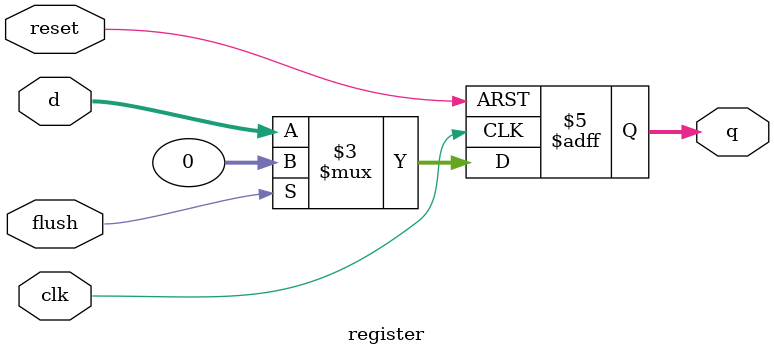
<source format=v>

module register
#(
  parameter width       = 32,  
  parameter Default_val = 0
)(
  input       clk, 
  input       reset, 
  input       flush,
  input       [width-1:0] d,
  output reg  [width-1:0] q
);

//=======================================================
//  Structural coding
//=======================================================

  always@(posedge clk or posedge reset )
  begin
  	if(reset)
  		q <= Default_val;
  	else if(flush)
  	 	q <= Default_val;
  	else
  		q <= d;
  end

endmodule

</source>
